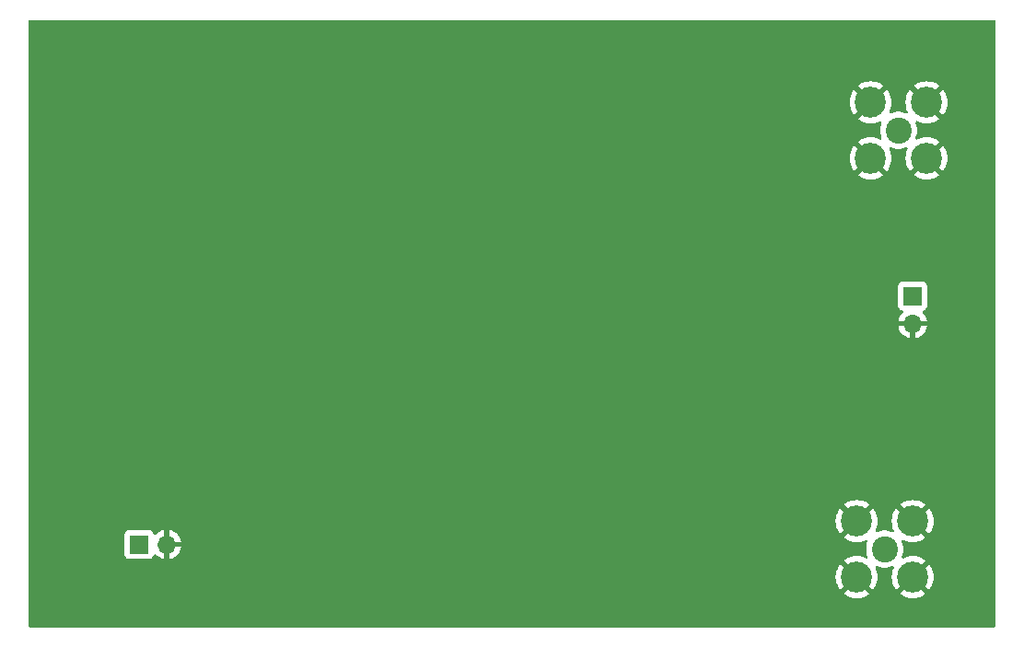
<source format=gbr>
%TF.GenerationSoftware,KiCad,Pcbnew,7.0.8-7.0.8~ubuntu22.04.1*%
%TF.CreationDate,2023-10-09T20:30:47-05:00*%
%TF.ProjectId,VCO_Test_Board,56434f5f-5465-4737-945f-426f6172642e,rev?*%
%TF.SameCoordinates,Original*%
%TF.FileFunction,Copper,L2,Bot*%
%TF.FilePolarity,Positive*%
%FSLAX46Y46*%
G04 Gerber Fmt 4.6, Leading zero omitted, Abs format (unit mm)*
G04 Created by KiCad (PCBNEW 7.0.8-7.0.8~ubuntu22.04.1) date 2023-10-09 20:30:47*
%MOMM*%
%LPD*%
G01*
G04 APERTURE LIST*
%TA.AperFunction,ComponentPad*%
%ADD10R,1.700000X1.700000*%
%TD*%
%TA.AperFunction,ComponentPad*%
%ADD11O,1.700000X1.700000*%
%TD*%
%TA.AperFunction,ComponentPad*%
%ADD12C,2.400000*%
%TD*%
%TA.AperFunction,ComponentPad*%
%ADD13C,2.850000*%
%TD*%
%TA.AperFunction,ViaPad*%
%ADD14C,0.800000*%
%TD*%
G04 APERTURE END LIST*
D10*
%TO.P,J3,1,Pin_1*%
%TO.N,Net-(J3-Pin_1)*%
X40640000Y-78894077D03*
D11*
%TO.P,J3,2,Pin_2*%
%TO.N,GND*%
X43180000Y-78894077D03*
%TD*%
D12*
%TO.P,J1,1,1*%
%TO.N,Net-(C2-Pad1)*%
X110455000Y-40794077D03*
D13*
%TO.P,J1,2,2*%
%TO.N,GND*%
X107880000Y-38219077D03*
%TO.P,J1,3,3*%
X107880000Y-43369077D03*
%TO.P,J1,4,4*%
X113030000Y-43369077D03*
%TO.P,J1,5,5*%
X113030000Y-38219077D03*
%TD*%
D10*
%TO.P,J4,1,Pin_1*%
%TO.N,Net-(J4-Pin_1)*%
X111760000Y-56034077D03*
D11*
%TO.P,J4,2,Pin_2*%
%TO.N,GND*%
X111760000Y-58574077D03*
%TD*%
D12*
%TO.P,J2,1,1*%
%TO.N,Net-(C3-Pad1)*%
X109175699Y-79320150D03*
D13*
%TO.P,J2,2,2*%
%TO.N,GND*%
X106600699Y-76745150D03*
%TO.P,J2,3,3*%
X106600699Y-81895150D03*
%TO.P,J2,4,4*%
X111750699Y-81895150D03*
%TO.P,J2,5,5*%
X111750699Y-76745150D03*
%TD*%
D14*
%TO.N,GND*%
X95079572Y-56317657D03*
X52328723Y-53221381D03*
%TD*%
%TA.AperFunction,Conductor*%
%TO.N,GND*%
G36*
X119323039Y-30653762D02*
G01*
X119368794Y-30706566D01*
X119380000Y-30758077D01*
X119380000Y-86390077D01*
X119360315Y-86457116D01*
X119307511Y-86502871D01*
X119256000Y-86514077D01*
X30604000Y-86514077D01*
X30536961Y-86494392D01*
X30491206Y-86441588D01*
X30480000Y-86390077D01*
X30480000Y-81895151D01*
X104670782Y-81895151D01*
X104690426Y-82169811D01*
X104748954Y-82438861D01*
X104845187Y-82696872D01*
X104977146Y-82938536D01*
X104977151Y-82938544D01*
X105074160Y-83068133D01*
X105074161Y-83068134D01*
X105775343Y-82366952D01*
X105845588Y-82479649D01*
X105978704Y-82619687D01*
X106126703Y-82722697D01*
X105427713Y-83421686D01*
X105427714Y-83421687D01*
X105557304Y-83518697D01*
X105557312Y-83518702D01*
X105798977Y-83650661D01*
X105798976Y-83650661D01*
X106056987Y-83746894D01*
X106326037Y-83805422D01*
X106600698Y-83825067D01*
X106600700Y-83825067D01*
X106875360Y-83805422D01*
X107144410Y-83746894D01*
X107402421Y-83650661D01*
X107644085Y-83518702D01*
X107644086Y-83518701D01*
X107773683Y-83421686D01*
X107072050Y-82720053D01*
X107146202Y-82678896D01*
X107292803Y-82553044D01*
X107411069Y-82400257D01*
X107426960Y-82367859D01*
X108127235Y-83068134D01*
X108224250Y-82938537D01*
X108224251Y-82938536D01*
X108356210Y-82696872D01*
X108452443Y-82438861D01*
X108510971Y-82169811D01*
X108530616Y-81895151D01*
X108530616Y-81895148D01*
X108510971Y-81620488D01*
X108452443Y-81351438D01*
X108356210Y-81093427D01*
X108333211Y-81051308D01*
X108318359Y-80983035D01*
X108342776Y-80917571D01*
X108398709Y-80875699D01*
X108468401Y-80870715D01*
X108495841Y-80880159D01*
X108552695Y-80907539D01*
X108796241Y-80982663D01*
X109048264Y-81020650D01*
X109303134Y-81020650D01*
X109555157Y-80982663D01*
X109798703Y-80907539D01*
X109855555Y-80880160D01*
X109924493Y-80868809D01*
X109988628Y-80896531D01*
X110027594Y-80954526D01*
X110029019Y-81024381D01*
X110018187Y-81051306D01*
X109995188Y-81093426D01*
X109995187Y-81093427D01*
X109898954Y-81351438D01*
X109840426Y-81620488D01*
X109820782Y-81895148D01*
X109820782Y-81895151D01*
X109840426Y-82169811D01*
X109898954Y-82438861D01*
X109995187Y-82696872D01*
X110127146Y-82938536D01*
X110127151Y-82938544D01*
X110224160Y-83068134D01*
X110925342Y-82366951D01*
X110995588Y-82479649D01*
X111128704Y-82619687D01*
X111276703Y-82722697D01*
X110577713Y-83421686D01*
X110577714Y-83421687D01*
X110707304Y-83518697D01*
X110707312Y-83518702D01*
X110948977Y-83650661D01*
X110948976Y-83650661D01*
X111206987Y-83746894D01*
X111476037Y-83805422D01*
X111750698Y-83825067D01*
X111750700Y-83825067D01*
X112025360Y-83805422D01*
X112294410Y-83746894D01*
X112552421Y-83650661D01*
X112794085Y-83518702D01*
X112794086Y-83518701D01*
X112923683Y-83421686D01*
X112222050Y-82720053D01*
X112296202Y-82678896D01*
X112442803Y-82553044D01*
X112561069Y-82400257D01*
X112576960Y-82367859D01*
X113277235Y-83068134D01*
X113374250Y-82938537D01*
X113374251Y-82938536D01*
X113506210Y-82696872D01*
X113602443Y-82438861D01*
X113660971Y-82169811D01*
X113680616Y-81895151D01*
X113680616Y-81895148D01*
X113660971Y-81620488D01*
X113602443Y-81351438D01*
X113506210Y-81093427D01*
X113374251Y-80851763D01*
X113374246Y-80851755D01*
X113277236Y-80722165D01*
X113277235Y-80722164D01*
X112576053Y-81423346D01*
X112505810Y-81310651D01*
X112372694Y-81170613D01*
X112224693Y-81067601D01*
X112923683Y-80368611D01*
X112794093Y-80271602D01*
X112794085Y-80271597D01*
X112552420Y-80139638D01*
X112552421Y-80139638D01*
X112294410Y-80043405D01*
X112025360Y-79984877D01*
X111750700Y-79965233D01*
X111750698Y-79965233D01*
X111476037Y-79984877D01*
X111206987Y-80043405D01*
X110948979Y-80139637D01*
X110907258Y-80162419D01*
X110838985Y-80177270D01*
X110773521Y-80152852D01*
X110731650Y-80096919D01*
X110726666Y-80027227D01*
X110732404Y-80008284D01*
X110805207Y-79822787D01*
X110861921Y-79574307D01*
X110878163Y-79357569D01*
X110880967Y-79320154D01*
X110880967Y-79320145D01*
X110861921Y-79065995D01*
X110805208Y-78817519D01*
X110805207Y-78817513D01*
X110732403Y-78632015D01*
X110726235Y-78562419D01*
X110758673Y-78500535D01*
X110819418Y-78466012D01*
X110889184Y-78469811D01*
X110907260Y-78477881D01*
X110948980Y-78500662D01*
X111206987Y-78596894D01*
X111476037Y-78655422D01*
X111750698Y-78675067D01*
X111750700Y-78675067D01*
X112025360Y-78655422D01*
X112294410Y-78596894D01*
X112552421Y-78500661D01*
X112794085Y-78368702D01*
X112794086Y-78368701D01*
X112923683Y-78271686D01*
X112222050Y-77570053D01*
X112296202Y-77528896D01*
X112442803Y-77403044D01*
X112561069Y-77250257D01*
X112576960Y-77217859D01*
X113277235Y-77918134D01*
X113374250Y-77788537D01*
X113374251Y-77788536D01*
X113506210Y-77546872D01*
X113602443Y-77288861D01*
X113660971Y-77019811D01*
X113680616Y-76745151D01*
X113680616Y-76745148D01*
X113660971Y-76470488D01*
X113602443Y-76201438D01*
X113506210Y-75943427D01*
X113374251Y-75701763D01*
X113374246Y-75701755D01*
X113277236Y-75572165D01*
X113277235Y-75572164D01*
X112576053Y-76273346D01*
X112505810Y-76160651D01*
X112372694Y-76020613D01*
X112224693Y-75917601D01*
X112923683Y-75218612D01*
X112923682Y-75218611D01*
X112794093Y-75121602D01*
X112794085Y-75121597D01*
X112552420Y-74989638D01*
X112552421Y-74989638D01*
X112294410Y-74893405D01*
X112025360Y-74834877D01*
X111750700Y-74815233D01*
X111750698Y-74815233D01*
X111476037Y-74834877D01*
X111206987Y-74893405D01*
X110948976Y-74989638D01*
X110707312Y-75121597D01*
X110577714Y-75218612D01*
X111279348Y-75920245D01*
X111205196Y-75961404D01*
X111058595Y-76087256D01*
X110940329Y-76240043D01*
X110924437Y-76272441D01*
X110224161Y-75572165D01*
X110127146Y-75701763D01*
X109995187Y-75943427D01*
X109898954Y-76201438D01*
X109840426Y-76470488D01*
X109820782Y-76745148D01*
X109820782Y-76745151D01*
X109840426Y-77019811D01*
X109898954Y-77288861D01*
X109995186Y-77546869D01*
X110018187Y-77588992D01*
X110033038Y-77657265D01*
X110008621Y-77722729D01*
X109952687Y-77764600D01*
X109882995Y-77769584D01*
X109855553Y-77760138D01*
X109798706Y-77732762D01*
X109798707Y-77732762D01*
X109555165Y-77657639D01*
X109555161Y-77657638D01*
X109555157Y-77657637D01*
X109433930Y-77639364D01*
X109303139Y-77619650D01*
X109303134Y-77619650D01*
X109048264Y-77619650D01*
X109048258Y-77619650D01*
X108891308Y-77643307D01*
X108796241Y-77657637D01*
X108796238Y-77657638D01*
X108796232Y-77657639D01*
X108552694Y-77732761D01*
X108495843Y-77760139D01*
X108426902Y-77771490D01*
X108362768Y-77743767D01*
X108323803Y-77685771D01*
X108322378Y-77615916D01*
X108333211Y-77588990D01*
X108356211Y-77546868D01*
X108452443Y-77288861D01*
X108510971Y-77019811D01*
X108530616Y-76745151D01*
X108530616Y-76745148D01*
X108510971Y-76470488D01*
X108452443Y-76201438D01*
X108356210Y-75943427D01*
X108224251Y-75701763D01*
X108224246Y-75701755D01*
X108127236Y-75572165D01*
X108127235Y-75572164D01*
X107426053Y-76273346D01*
X107355810Y-76160651D01*
X107222694Y-76020613D01*
X107074693Y-75917601D01*
X107773683Y-75218612D01*
X107773682Y-75218611D01*
X107644093Y-75121602D01*
X107644085Y-75121597D01*
X107402420Y-74989638D01*
X107402421Y-74989638D01*
X107144410Y-74893405D01*
X106875360Y-74834877D01*
X106600700Y-74815233D01*
X106600698Y-74815233D01*
X106326037Y-74834877D01*
X106056987Y-74893405D01*
X105798976Y-74989638D01*
X105557312Y-75121597D01*
X105427714Y-75218612D01*
X106129348Y-75920245D01*
X106055196Y-75961404D01*
X105908595Y-76087256D01*
X105790329Y-76240043D01*
X105774437Y-76272441D01*
X105074161Y-75572165D01*
X104977146Y-75701763D01*
X104845187Y-75943427D01*
X104748954Y-76201438D01*
X104690426Y-76470488D01*
X104670782Y-76745148D01*
X104670782Y-76745151D01*
X104690426Y-77019811D01*
X104748954Y-77288861D01*
X104845187Y-77546872D01*
X104977146Y-77788536D01*
X104977151Y-77788544D01*
X105074160Y-77918133D01*
X105074161Y-77918134D01*
X105775343Y-77216952D01*
X105845588Y-77329649D01*
X105978704Y-77469687D01*
X106126703Y-77572697D01*
X105427713Y-78271686D01*
X105427714Y-78271687D01*
X105557304Y-78368697D01*
X105557312Y-78368702D01*
X105798977Y-78500661D01*
X105798976Y-78500661D01*
X106056987Y-78596894D01*
X106326037Y-78655422D01*
X106600698Y-78675067D01*
X106600700Y-78675067D01*
X106875360Y-78655422D01*
X107144410Y-78596894D01*
X107402419Y-78500661D01*
X107444136Y-78477882D01*
X107512409Y-78463029D01*
X107577874Y-78487445D01*
X107619746Y-78543377D01*
X107624732Y-78613069D01*
X107618993Y-78632015D01*
X107546192Y-78817507D01*
X107546189Y-78817519D01*
X107489476Y-79065995D01*
X107470431Y-79320145D01*
X107470431Y-79320154D01*
X107489476Y-79574304D01*
X107546189Y-79822780D01*
X107546192Y-79822792D01*
X107618993Y-80008284D01*
X107625162Y-80077881D01*
X107592724Y-80139764D01*
X107531979Y-80174287D01*
X107462213Y-80170488D01*
X107444138Y-80162418D01*
X107402420Y-80139638D01*
X107402421Y-80139638D01*
X107144410Y-80043405D01*
X106875360Y-79984877D01*
X106600700Y-79965233D01*
X106600698Y-79965233D01*
X106326037Y-79984877D01*
X106056987Y-80043405D01*
X105798976Y-80139638D01*
X105557312Y-80271597D01*
X105427714Y-80368612D01*
X106129348Y-81070246D01*
X106055196Y-81111404D01*
X105908595Y-81237256D01*
X105790329Y-81390043D01*
X105774437Y-81422441D01*
X105074161Y-80722165D01*
X104977146Y-80851763D01*
X104845187Y-81093427D01*
X104748954Y-81351438D01*
X104690426Y-81620488D01*
X104670782Y-81895148D01*
X104670782Y-81895151D01*
X30480000Y-81895151D01*
X30480000Y-79791947D01*
X39289500Y-79791947D01*
X39289501Y-79791953D01*
X39295908Y-79851560D01*
X39346202Y-79986405D01*
X39346206Y-79986412D01*
X39432452Y-80101621D01*
X39432455Y-80101624D01*
X39547664Y-80187870D01*
X39547671Y-80187874D01*
X39682517Y-80238168D01*
X39682516Y-80238168D01*
X39689444Y-80238912D01*
X39742127Y-80244577D01*
X41537872Y-80244576D01*
X41597483Y-80238168D01*
X41732331Y-80187873D01*
X41847546Y-80101623D01*
X41933796Y-79986408D01*
X41983002Y-79854478D01*
X42024872Y-79798545D01*
X42090337Y-79774127D01*
X42158610Y-79788978D01*
X42186865Y-79810130D01*
X42308917Y-79932182D01*
X42502421Y-80067677D01*
X42716507Y-80167506D01*
X42716516Y-80167510D01*
X42930000Y-80224711D01*
X42930000Y-79329578D01*
X43037685Y-79378757D01*
X43144237Y-79394077D01*
X43215763Y-79394077D01*
X43322315Y-79378757D01*
X43430000Y-79329578D01*
X43430000Y-80224710D01*
X43643483Y-80167510D01*
X43643492Y-80167506D01*
X43857578Y-80067677D01*
X44051082Y-79932182D01*
X44218105Y-79765159D01*
X44353600Y-79571655D01*
X44453429Y-79357569D01*
X44453432Y-79357563D01*
X44510636Y-79144077D01*
X43613686Y-79144077D01*
X43639493Y-79103921D01*
X43680000Y-78965966D01*
X43680000Y-78822188D01*
X43639493Y-78684233D01*
X43613686Y-78644077D01*
X44510636Y-78644077D01*
X44510635Y-78644076D01*
X44453432Y-78430590D01*
X44453429Y-78430584D01*
X44353600Y-78216499D01*
X44353599Y-78216497D01*
X44218113Y-78023003D01*
X44218108Y-78022997D01*
X44051082Y-77855971D01*
X43857578Y-77720476D01*
X43643492Y-77620647D01*
X43643486Y-77620644D01*
X43430000Y-77563441D01*
X43430000Y-78458575D01*
X43322315Y-78409397D01*
X43215763Y-78394077D01*
X43144237Y-78394077D01*
X43037685Y-78409397D01*
X42930000Y-78458575D01*
X42930000Y-77563441D01*
X42929999Y-77563441D01*
X42716513Y-77620644D01*
X42716507Y-77620647D01*
X42502422Y-77720476D01*
X42502420Y-77720477D01*
X42308926Y-77855963D01*
X42186865Y-77978024D01*
X42125542Y-78011508D01*
X42055850Y-78006524D01*
X41999917Y-77964652D01*
X41983002Y-77933675D01*
X41933797Y-77801748D01*
X41933793Y-77801741D01*
X41847547Y-77686532D01*
X41847544Y-77686529D01*
X41732335Y-77600283D01*
X41732328Y-77600279D01*
X41597482Y-77549985D01*
X41597483Y-77549985D01*
X41537883Y-77543578D01*
X41537881Y-77543577D01*
X41537873Y-77543577D01*
X41537864Y-77543577D01*
X39742129Y-77543577D01*
X39742123Y-77543578D01*
X39682516Y-77549985D01*
X39547671Y-77600279D01*
X39547664Y-77600283D01*
X39432455Y-77686529D01*
X39432452Y-77686532D01*
X39346206Y-77801741D01*
X39346202Y-77801748D01*
X39295908Y-77936594D01*
X39289501Y-77996193D01*
X39289500Y-77996212D01*
X39289500Y-79791947D01*
X30480000Y-79791947D01*
X30480000Y-56931947D01*
X110409500Y-56931947D01*
X110409501Y-56931953D01*
X110415908Y-56991560D01*
X110466202Y-57126405D01*
X110466206Y-57126412D01*
X110552452Y-57241621D01*
X110552455Y-57241624D01*
X110667664Y-57327870D01*
X110667671Y-57327874D01*
X110667674Y-57327875D01*
X110799598Y-57377079D01*
X110855531Y-57418950D01*
X110879949Y-57484414D01*
X110865098Y-57552687D01*
X110843947Y-57580942D01*
X110721886Y-57703003D01*
X110586400Y-57896497D01*
X110586399Y-57896499D01*
X110486570Y-58110584D01*
X110486567Y-58110590D01*
X110429364Y-58324076D01*
X110429364Y-58324077D01*
X111326314Y-58324077D01*
X111300507Y-58364233D01*
X111260000Y-58502188D01*
X111260000Y-58645966D01*
X111300507Y-58783921D01*
X111326314Y-58824077D01*
X110429364Y-58824077D01*
X110486567Y-59037563D01*
X110486570Y-59037569D01*
X110586399Y-59251655D01*
X110721894Y-59445159D01*
X110888917Y-59612182D01*
X111082421Y-59747677D01*
X111296507Y-59847506D01*
X111296516Y-59847510D01*
X111510000Y-59904711D01*
X111510000Y-59009578D01*
X111617685Y-59058757D01*
X111724237Y-59074077D01*
X111795763Y-59074077D01*
X111902315Y-59058757D01*
X112010000Y-59009578D01*
X112010000Y-59904710D01*
X112223483Y-59847510D01*
X112223492Y-59847506D01*
X112437578Y-59747677D01*
X112631082Y-59612182D01*
X112798105Y-59445159D01*
X112933600Y-59251655D01*
X113033429Y-59037569D01*
X113033432Y-59037563D01*
X113090636Y-58824077D01*
X112193686Y-58824077D01*
X112219493Y-58783921D01*
X112260000Y-58645966D01*
X112260000Y-58502188D01*
X112219493Y-58364233D01*
X112193686Y-58324077D01*
X113090636Y-58324077D01*
X113090635Y-58324076D01*
X113033432Y-58110590D01*
X113033429Y-58110584D01*
X112933600Y-57896499D01*
X112933599Y-57896497D01*
X112798113Y-57703003D01*
X112798108Y-57702997D01*
X112676053Y-57580942D01*
X112642568Y-57519619D01*
X112647552Y-57449927D01*
X112689424Y-57393994D01*
X112720400Y-57377079D01*
X112852331Y-57327873D01*
X112967546Y-57241623D01*
X113053796Y-57126408D01*
X113104091Y-56991560D01*
X113110500Y-56931950D01*
X113110499Y-55136205D01*
X113104091Y-55076594D01*
X113053796Y-54941746D01*
X113053795Y-54941745D01*
X113053793Y-54941741D01*
X112967547Y-54826532D01*
X112967544Y-54826529D01*
X112852335Y-54740283D01*
X112852328Y-54740279D01*
X112717482Y-54689985D01*
X112717483Y-54689985D01*
X112657883Y-54683578D01*
X112657881Y-54683577D01*
X112657873Y-54683577D01*
X112657864Y-54683577D01*
X110862129Y-54683577D01*
X110862123Y-54683578D01*
X110802516Y-54689985D01*
X110667671Y-54740279D01*
X110667664Y-54740283D01*
X110552455Y-54826529D01*
X110552452Y-54826532D01*
X110466206Y-54941741D01*
X110466202Y-54941748D01*
X110415908Y-55076594D01*
X110409501Y-55136193D01*
X110409501Y-55136200D01*
X110409500Y-55136212D01*
X110409500Y-56931947D01*
X30480000Y-56931947D01*
X30480000Y-43369078D01*
X105950083Y-43369078D01*
X105969727Y-43643738D01*
X106028255Y-43912788D01*
X106124488Y-44170799D01*
X106256447Y-44412463D01*
X106256452Y-44412471D01*
X106353461Y-44542060D01*
X106353462Y-44542061D01*
X107054644Y-43840879D01*
X107124889Y-43953576D01*
X107258005Y-44093614D01*
X107406004Y-44196624D01*
X106707014Y-44895613D01*
X106707015Y-44895614D01*
X106836605Y-44992624D01*
X106836613Y-44992629D01*
X107078278Y-45124588D01*
X107078277Y-45124588D01*
X107336288Y-45220821D01*
X107605338Y-45279349D01*
X107879999Y-45298994D01*
X107880001Y-45298994D01*
X108154661Y-45279349D01*
X108423711Y-45220821D01*
X108681722Y-45124588D01*
X108923386Y-44992629D01*
X108923387Y-44992628D01*
X109052984Y-44895613D01*
X108351351Y-44193980D01*
X108425503Y-44152823D01*
X108572104Y-44026971D01*
X108690370Y-43874184D01*
X108706261Y-43841786D01*
X109406536Y-44542061D01*
X109503551Y-44412464D01*
X109503552Y-44412463D01*
X109635511Y-44170799D01*
X109731744Y-43912788D01*
X109790272Y-43643738D01*
X109809917Y-43369078D01*
X109809917Y-43369075D01*
X109790272Y-43094415D01*
X109731744Y-42825365D01*
X109635511Y-42567354D01*
X109612512Y-42525235D01*
X109597660Y-42456962D01*
X109622077Y-42391498D01*
X109678010Y-42349626D01*
X109747702Y-42344642D01*
X109775142Y-42354086D01*
X109831996Y-42381466D01*
X110075542Y-42456590D01*
X110327565Y-42494577D01*
X110582435Y-42494577D01*
X110834458Y-42456590D01*
X111078004Y-42381466D01*
X111134856Y-42354087D01*
X111203794Y-42342736D01*
X111267929Y-42370458D01*
X111306895Y-42428453D01*
X111308320Y-42498308D01*
X111297488Y-42525233D01*
X111274489Y-42567353D01*
X111274488Y-42567354D01*
X111178255Y-42825365D01*
X111119727Y-43094415D01*
X111100083Y-43369075D01*
X111100083Y-43369078D01*
X111119727Y-43643738D01*
X111178255Y-43912788D01*
X111274488Y-44170799D01*
X111406447Y-44412463D01*
X111406452Y-44412471D01*
X111503461Y-44542061D01*
X112204643Y-43840878D01*
X112274889Y-43953576D01*
X112408005Y-44093614D01*
X112556004Y-44196624D01*
X111857014Y-44895613D01*
X111857015Y-44895614D01*
X111986605Y-44992624D01*
X111986613Y-44992629D01*
X112228278Y-45124588D01*
X112228277Y-45124588D01*
X112486288Y-45220821D01*
X112755338Y-45279349D01*
X113029999Y-45298994D01*
X113030001Y-45298994D01*
X113304661Y-45279349D01*
X113573711Y-45220821D01*
X113831722Y-45124588D01*
X114073386Y-44992629D01*
X114073387Y-44992628D01*
X114202984Y-44895613D01*
X113501351Y-44193980D01*
X113575503Y-44152823D01*
X113722104Y-44026971D01*
X113840370Y-43874184D01*
X113856261Y-43841786D01*
X114556536Y-44542061D01*
X114653551Y-44412464D01*
X114653552Y-44412463D01*
X114785511Y-44170799D01*
X114881744Y-43912788D01*
X114940272Y-43643738D01*
X114959917Y-43369078D01*
X114959917Y-43369075D01*
X114940272Y-43094415D01*
X114881744Y-42825365D01*
X114785511Y-42567354D01*
X114653552Y-42325690D01*
X114653547Y-42325682D01*
X114556537Y-42196092D01*
X114556536Y-42196091D01*
X113855354Y-42897273D01*
X113785111Y-42784578D01*
X113651995Y-42644540D01*
X113503994Y-42541528D01*
X114202984Y-41842538D01*
X114073394Y-41745529D01*
X114073386Y-41745524D01*
X113831721Y-41613565D01*
X113831722Y-41613565D01*
X113573711Y-41517332D01*
X113304661Y-41458804D01*
X113030001Y-41439160D01*
X113029999Y-41439160D01*
X112755338Y-41458804D01*
X112486288Y-41517332D01*
X112228280Y-41613564D01*
X112186559Y-41636346D01*
X112118286Y-41651197D01*
X112052822Y-41626779D01*
X112010951Y-41570846D01*
X112005967Y-41501154D01*
X112011705Y-41482211D01*
X112084508Y-41296714D01*
X112141222Y-41048234D01*
X112160268Y-40794077D01*
X112141222Y-40539920D01*
X112084508Y-40291440D01*
X112011704Y-40105942D01*
X112005536Y-40036346D01*
X112037974Y-39974462D01*
X112098719Y-39939939D01*
X112168485Y-39943738D01*
X112186561Y-39951808D01*
X112228281Y-39974589D01*
X112486288Y-40070821D01*
X112755338Y-40129349D01*
X113029999Y-40148994D01*
X113030001Y-40148994D01*
X113304661Y-40129349D01*
X113573711Y-40070821D01*
X113831722Y-39974588D01*
X114073386Y-39842629D01*
X114073387Y-39842628D01*
X114202984Y-39745613D01*
X113501351Y-39043980D01*
X113575503Y-39002823D01*
X113722104Y-38876971D01*
X113840370Y-38724184D01*
X113856261Y-38691786D01*
X114556536Y-39392061D01*
X114653551Y-39262464D01*
X114653552Y-39262463D01*
X114785511Y-39020799D01*
X114881744Y-38762788D01*
X114940272Y-38493738D01*
X114959917Y-38219078D01*
X114959917Y-38219075D01*
X114940272Y-37944415D01*
X114881744Y-37675365D01*
X114785511Y-37417354D01*
X114653552Y-37175690D01*
X114653547Y-37175682D01*
X114556537Y-37046092D01*
X114556536Y-37046091D01*
X113855354Y-37747273D01*
X113785111Y-37634578D01*
X113651995Y-37494540D01*
X113503994Y-37391528D01*
X114202984Y-36692539D01*
X114202983Y-36692538D01*
X114073394Y-36595529D01*
X114073386Y-36595524D01*
X113831721Y-36463565D01*
X113831722Y-36463565D01*
X113573711Y-36367332D01*
X113304661Y-36308804D01*
X113030001Y-36289160D01*
X113029999Y-36289160D01*
X112755338Y-36308804D01*
X112486288Y-36367332D01*
X112228277Y-36463565D01*
X111986613Y-36595524D01*
X111857015Y-36692539D01*
X112558649Y-37394172D01*
X112484497Y-37435331D01*
X112337896Y-37561183D01*
X112219630Y-37713970D01*
X112203738Y-37746368D01*
X111503462Y-37046092D01*
X111406447Y-37175690D01*
X111274488Y-37417354D01*
X111178255Y-37675365D01*
X111119727Y-37944415D01*
X111100083Y-38219075D01*
X111100083Y-38219078D01*
X111119727Y-38493738D01*
X111178255Y-38762788D01*
X111274487Y-39020796D01*
X111297488Y-39062919D01*
X111312339Y-39131192D01*
X111287922Y-39196656D01*
X111231988Y-39238527D01*
X111162296Y-39243511D01*
X111134854Y-39234065D01*
X111078007Y-39206689D01*
X111078008Y-39206689D01*
X110834466Y-39131566D01*
X110834462Y-39131565D01*
X110834458Y-39131564D01*
X110713231Y-39113291D01*
X110582440Y-39093577D01*
X110582435Y-39093577D01*
X110327565Y-39093577D01*
X110327559Y-39093577D01*
X110170609Y-39117234D01*
X110075542Y-39131564D01*
X110075539Y-39131565D01*
X110075533Y-39131566D01*
X109831995Y-39206688D01*
X109775144Y-39234066D01*
X109706203Y-39245417D01*
X109642069Y-39217694D01*
X109603104Y-39159698D01*
X109601679Y-39089843D01*
X109612512Y-39062917D01*
X109635512Y-39020795D01*
X109731744Y-38762788D01*
X109790272Y-38493738D01*
X109809917Y-38219078D01*
X109809917Y-38219075D01*
X109790272Y-37944415D01*
X109731744Y-37675365D01*
X109635511Y-37417354D01*
X109503552Y-37175690D01*
X109503547Y-37175682D01*
X109406537Y-37046092D01*
X109406536Y-37046091D01*
X108705354Y-37747273D01*
X108635111Y-37634578D01*
X108501995Y-37494540D01*
X108353994Y-37391528D01*
X109052984Y-36692539D01*
X109052983Y-36692538D01*
X108923394Y-36595529D01*
X108923386Y-36595524D01*
X108681721Y-36463565D01*
X108681722Y-36463565D01*
X108423711Y-36367332D01*
X108154661Y-36308804D01*
X107880001Y-36289160D01*
X107879999Y-36289160D01*
X107605338Y-36308804D01*
X107336288Y-36367332D01*
X107078277Y-36463565D01*
X106836613Y-36595524D01*
X106707015Y-36692539D01*
X107408649Y-37394172D01*
X107334497Y-37435331D01*
X107187896Y-37561183D01*
X107069630Y-37713970D01*
X107053738Y-37746368D01*
X106353462Y-37046092D01*
X106256447Y-37175690D01*
X106124488Y-37417354D01*
X106028255Y-37675365D01*
X105969727Y-37944415D01*
X105950083Y-38219075D01*
X105950083Y-38219078D01*
X105969727Y-38493738D01*
X106028255Y-38762788D01*
X106124488Y-39020799D01*
X106256447Y-39262463D01*
X106256452Y-39262471D01*
X106353461Y-39392060D01*
X106353462Y-39392061D01*
X107054644Y-38690879D01*
X107124889Y-38803576D01*
X107258005Y-38943614D01*
X107406004Y-39046624D01*
X106707014Y-39745613D01*
X106707015Y-39745614D01*
X106836605Y-39842624D01*
X106836613Y-39842629D01*
X107078278Y-39974588D01*
X107078277Y-39974588D01*
X107336288Y-40070821D01*
X107605338Y-40129349D01*
X107879999Y-40148994D01*
X107880001Y-40148994D01*
X108154661Y-40129349D01*
X108423711Y-40070821D01*
X108681720Y-39974588D01*
X108723437Y-39951809D01*
X108791710Y-39936956D01*
X108857175Y-39961372D01*
X108899047Y-40017304D01*
X108904033Y-40086996D01*
X108898294Y-40105942D01*
X108825493Y-40291434D01*
X108825490Y-40291446D01*
X108768777Y-40539922D01*
X108749732Y-40794072D01*
X108749732Y-40794081D01*
X108768777Y-41048231D01*
X108825490Y-41296707D01*
X108825493Y-41296719D01*
X108898294Y-41482211D01*
X108904463Y-41551808D01*
X108872025Y-41613691D01*
X108811280Y-41648214D01*
X108741514Y-41644415D01*
X108723439Y-41636345D01*
X108681721Y-41613565D01*
X108681722Y-41613565D01*
X108423711Y-41517332D01*
X108154661Y-41458804D01*
X107880001Y-41439160D01*
X107879999Y-41439160D01*
X107605338Y-41458804D01*
X107336288Y-41517332D01*
X107078277Y-41613565D01*
X106836613Y-41745524D01*
X106707015Y-41842539D01*
X107408649Y-42544173D01*
X107334497Y-42585331D01*
X107187896Y-42711183D01*
X107069630Y-42863970D01*
X107053738Y-42896368D01*
X106353462Y-42196092D01*
X106256447Y-42325690D01*
X106124488Y-42567354D01*
X106028255Y-42825365D01*
X105969727Y-43094415D01*
X105950083Y-43369075D01*
X105950083Y-43369078D01*
X30480000Y-43369078D01*
X30480000Y-30758077D01*
X30499685Y-30691038D01*
X30552489Y-30645283D01*
X30604000Y-30634077D01*
X119256000Y-30634077D01*
X119323039Y-30653762D01*
G37*
%TD.AperFunction*%
%TD*%
M02*

</source>
